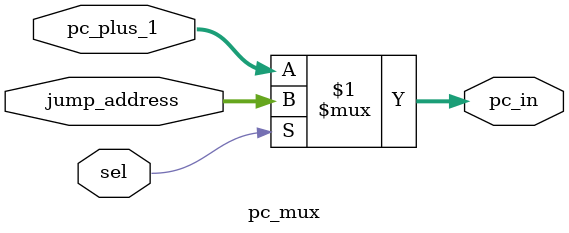
<source format=v>
module pc_mux (
    input [7:0] pc_plus_1,
    input [7:0] jump_address,
    input sel,
    output [7:0] pc_in
);

    assign pc_in = sel ? jump_address : pc_plus_1;

endmodule

</source>
